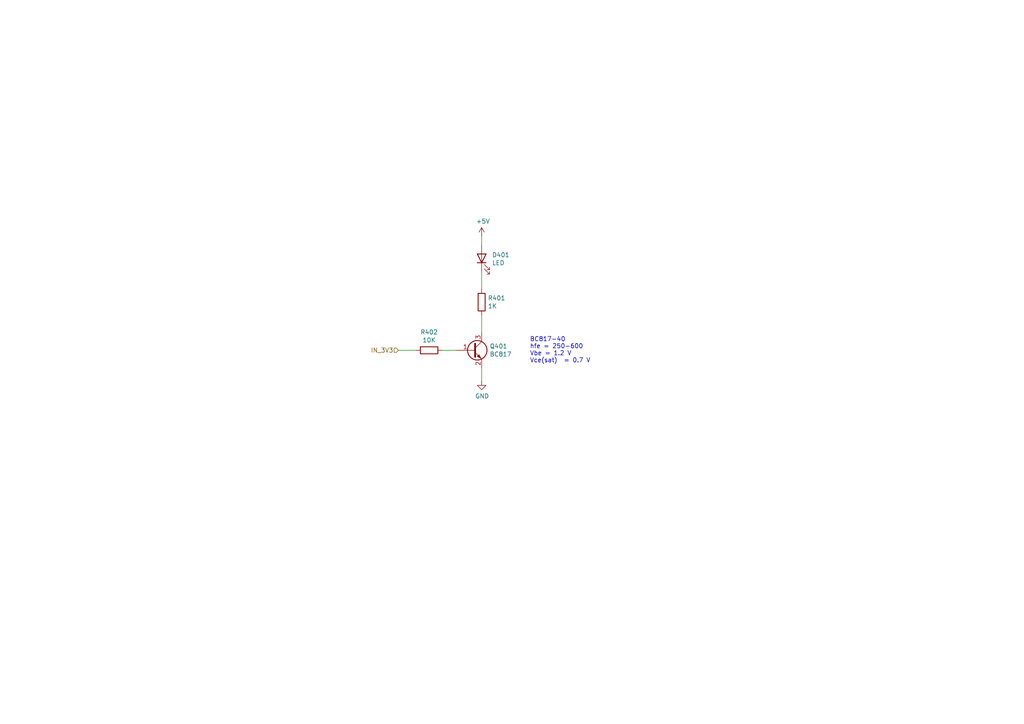
<source format=kicad_sch>
(kicad_sch (version 20230121) (generator eeschema)
  (paper "A4")
  (title_block (title "WS2812 Controller") (date "2021-10-10") (rev "1") (company "Stefan Misik") (comment 1 "CPU Status LED"))
  (lib_symbols
    (symbol "Device:LED" (pin_numbers hide) (pin_names (offset 1.016) hide)
      (property "Reference" "D" (at 0 2.54 0))
      (property "Value" "LED" (at 0 -2.54 0))
      (symbol "LED_0_1"
        (polyline (pts (xy -1.27 -1.27) (xy -1.27 1.27)) (stroke (width 0.254)))
        (polyline (pts (xy -1.27 0) (xy 1.27 0)))
        (polyline (pts (xy 1.27 -1.27) (xy 1.27 1.27) (xy -1.27 0) (xy 1.27 -1.27)) (stroke (width 0.254)))
        (polyline (pts (xy -3.048 -0.762) (xy -4.572 -2.286) (xy -3.81 -2.286) (xy -4.572 -2.286) (xy -4.572 -1.524)))
        (polyline (pts (xy -1.778 -0.762) (xy -3.302 -2.286) (xy -2.54 -2.286) (xy -3.302 -2.286) (xy -3.302 -1.524)))
      )
      (symbol "LED_1_1"
        (pin passive line (at -3.81 0 0) (length 2.54) (name "K") (number "1"))
        (pin passive line (at 3.81 0 180) (length 2.54) (name "A") (number "2"))
      )
    )
    (symbol "Device:Q_NPN_BEC" (pin_names (offset 0) hide)
      (property "Reference" "Q" (at 5.08 1.27 0))
      (property "Value" "Q_NPN_BEC" (at 5.08 -1.27 0))
      (symbol "Q_NPN_BEC_0_1"
        (polyline (pts (xy 0.635 0.635) (xy 2.54 2.54)))
        (polyline (pts (xy 0.635 -0.635) (xy 2.54 -2.54) (xy 2.54 -2.54)))
        (polyline (pts (xy 0.635 1.905) (xy 0.635 -1.905) (xy 0.635 -1.905)) (stroke (width 0.508)))
        (polyline (pts (xy 1.27 -1.778) (xy 1.778 -1.27) (xy 2.286 -2.286) (xy 1.27 -1.778) (xy 1.27 -1.778)) (fill (type outline)))
        (circle (center 1.27 0) (radius 2.8194) (stroke (width 0.254)))
      )
      (symbol "Q_NPN_BEC_1_1"
        (pin input line (at -5.08 0 0) (length 5.715) (name "B") (number "1"))
        (pin passive line (at 2.54 -5.08 90) (length 2.54) (name "E") (number "2"))
        (pin passive line (at 2.54 5.08 270) (length 2.54) (name "C") (number "3"))
      )
    )
    (symbol "Device:R" (pin_numbers hide) (pin_names (offset 0))
      (property "Reference" "R" (at 2.032 0 90))
      (property "Value" "R" (at 0 0 90))
      (symbol "R_0_1"
        (rectangle (start -1.016 -2.54) (end 1.016 2.54) (stroke (width 0.254)))
      )
      (symbol "R_1_1"
        (pin passive line (at 0 3.81 270) (length 1.27) (name "~") (number "1"))
        (pin passive line (at 0 -3.81 90) (length 1.27) (name "~") (number "2"))
      )
    )
    (symbol "power:+5V" (power) (pin_names (offset 0))
      (property "Value" "+5V" (at 0 3.556 0))
      (symbol "+5V_0_1"
        (polyline (pts (xy -0.762 1.27) (xy 0 2.54)))
        (polyline (pts (xy 0 0) (xy 0 2.54)))
        (polyline (pts (xy 0 2.54) (xy 0.762 1.27)))
      )
      (symbol "+5V_1_1"
        (pin power_in line (at 0 0 90) (length 0) hide (name "+5V") (number "1"))
      )
    )
    (symbol "power:GND" (power) (pin_names (offset 0))
      (property "Value" "GND" (at 0 -3.81 0))
      (symbol "GND_0_1"
        (polyline (pts (xy 0 0) (xy 0 -1.27) (xy 1.27 -1.27) (xy 0 -2.54) (xy -1.27 -1.27) (xy 0 -1.27)))
      )
      (symbol "GND_1_1"
        (pin power_in line (at 0 0 270) (length 0) hide (name "GND") (number "1"))
      )
    )
  )
  (wire (pts (xy 139.7 106.68) (xy 139.7 110.49)))
  (wire (pts (xy 139.7 96.52) (xy 139.7 91.44)))
  (wire (pts (xy 128.27 101.6) (xy 132.08 101.6)))
  (wire (pts (xy 139.7 78.74) (xy 139.7 83.82)))
  (wire (pts (xy 139.7 68.58) (xy 139.7 71.12)))
  (wire (pts (xy 115.57 101.6) (xy 120.65 101.6)))
  (text "BC817-40\nhfe = 250-600\nVbe = 1.2 V\nVce(sat)  = 0.7 V" (at 153.67 105.41 0) (effects (font (size 1.27 1.27)) (justify left bottom)))
  (hierarchical_label "IN_3V3" (shape input) (at 115.57 101.6 180))
  (symbol (lib_id "power:+5V") (at 139.7 68.58 0) (unit 1)
    (property "Reference" "#PWR0401" (effects hide))
    (property "Value" "+5V" (at 140.081 64.1858 0))
    (instances (project "control" (path "" (reference "#PWR0401") (unit 1)) (path "" (reference "#PWR0501") (unit 1)) (path "" (reference "#PWR0601") (unit 1)) (path "" (reference "#PWR0701") (unit 1))))
  )
  (symbol (lib_id "Device:R") (at 124.46 101.6 270) (unit 1)
    (property "Reference" "R402" (at 124.46 96.3422 90))
    (property "Value" "10K" (at 124.46 98.6536 90))
    (property "Footprint" "Resistor_SMD:R_0805_2012Metric_Pad1.20x1.40mm_HandSolder" (effects hide))
    (instances (project "control" (path "" (reference "R402") (unit 1)) (path "" (reference "R502") (unit 1)) (path "" (reference "R602") (unit 1)) (path "" (reference "R702") (unit 1))))
  )
  (symbol (lib_id "Device:Q_NPN_BEC") (at 137.16 101.6 0) (unit 1)
    (property "Reference" "Q401" (at 142.0114 100.4316 0) (effects (justify left)))
    (property "Value" "BC817" (at 142.0114 102.743 0) (effects (justify left)))
    (property "Footprint" "Package_TO_SOT_SMD:SOT-23_Handsoldering" (effects hide))
    (instances (project "control" (path "" (reference "Q401") (unit 1)) (path "" (reference "Q501") (unit 1)) (path "" (reference "Q601") (unit 1)) (path "" (reference "Q701") (unit 1))))
  )
  (symbol (lib_id "Device:LED") (at 139.7 74.93 90) (unit 1)
    (property "Reference" "D401" (at 142.6972 73.9394 90) (effects (justify right)))
    (property "Value" "LED" (at 142.6972 76.2508 90) (effects (justify right)))
    (property "Footprint" "LED_SMD:LED_0805_2012Metric_Pad1.15x1.40mm_HandSolder" (effects hide))
    (instances (project "control" (path "" (reference "D401") (unit 1)) (path "" (reference "D501") (unit 1)) (path "" (reference "D601") (unit 1)) (path "" (reference "D701") (unit 1))))
  )
  (symbol (lib_id "Device:R") (at 139.7 87.63 0) (unit 1)
    (property "Reference" "R401" (at 141.478 86.4616 0) (effects (justify left)))
    (property "Value" "1K" (at 141.478 88.773 0) (effects (justify left)))
    (property "Footprint" "Resistor_SMD:R_0805_2012Metric_Pad1.20x1.40mm_HandSolder" (effects hide))
    (instances (project "control" (path "" (reference "R401") (unit 1)) (path "" (reference "R501") (unit 1)) (path "" (reference "R601") (unit 1)) (path "" (reference "R701") (unit 1))))
  )
  (symbol (lib_id "power:GND") (at 139.7 110.49 0) (unit 1)
    (property "Reference" "#PWR0402" (effects hide))
    (property "Value" "GND" (at 139.827 114.8842 0))
    (instances (project "control" (path "" (reference "#PWR0402") (unit 1)) (path "" (reference "#PWR0502") (unit 1)) (path "" (reference "#PWR0602") (unit 1)) (path "" (reference "#PWR0702") (unit 1))))
  )
)
</source>
